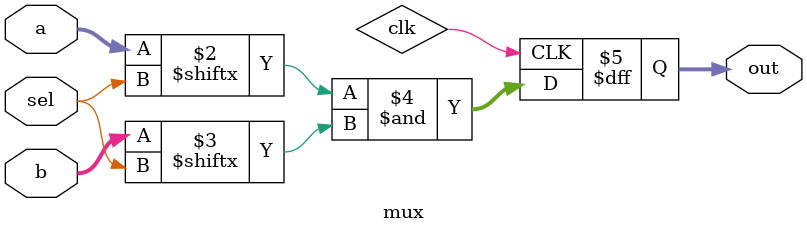
<source format=v>
module mux( 
input [4:0] a, b,
input sel,
output [4:0] out );
// When sel=0, assign a to out. 
// When sel=1, assign b to out.
always @(posedge clk)
  out <= a[sel] & b[sel];
endmodule

</source>
